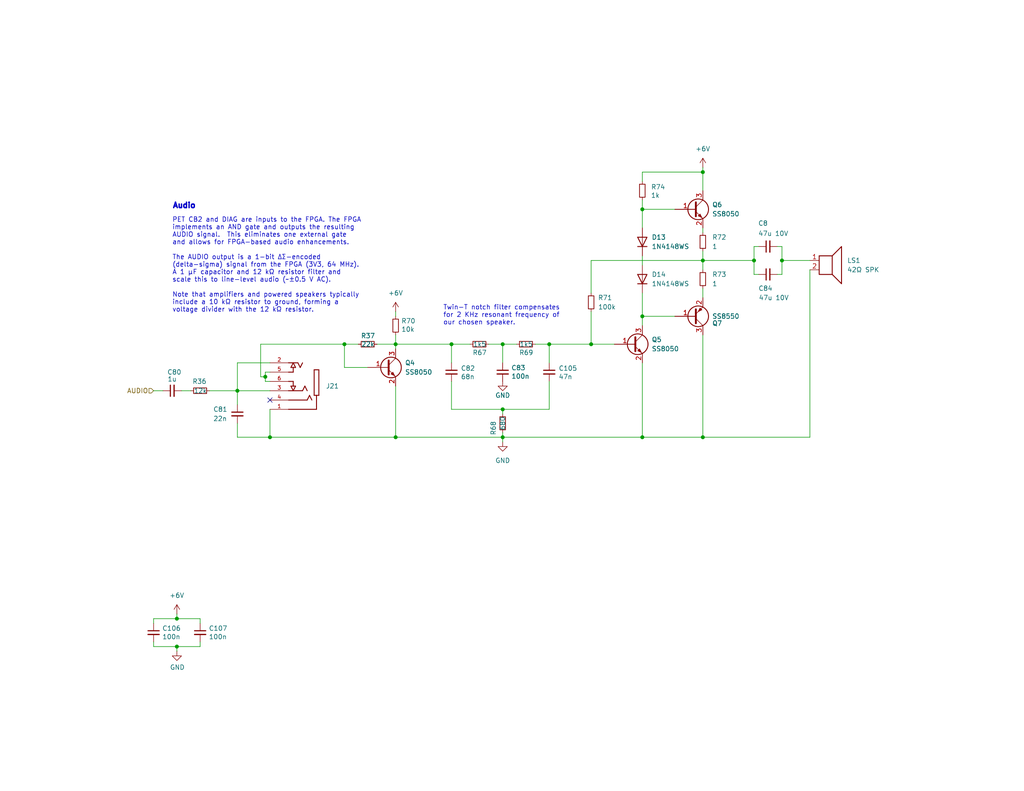
<source format=kicad_sch>
(kicad_sch (version 20231120) (generator "eeschema") (generator_version "8.0")
  (paper "A")
  (title_block (title "EconoPET 40/8096") (date "2023-10-01") (rev "A") (company "https://is.gd/6hpvh6") (comment 1 "Unspecified resistors are 1% / 62.5mW") (comment 2 "Unspecified capacitors are 25V") (comment 3 "Signals with B-prefix are level-shifted from 3V3 to 5V") (comment 4 "License: CC0 1.0 Universal (Public Domain Dedication)"))
  (lib_symbols
    (symbol "Device:C_Small" (pin_numbers hide) (pin_names (offset 0.254) hide)
      (property "Reference" "C" (at 0.254 1.778 0))
      (property "Value" "C_Small" (at 0.254 -2.032 0))
      (symbol "C_Small_0_1"
        (polyline (pts (xy -1.524 -0.508) (xy 1.524 -0.508)) (stroke (width 0.3302)))
        (polyline (pts (xy -1.524 0.508) (xy 1.524 0.508)) (stroke (width 0.3048)))
      )
      (symbol "C_Small_1_1"
        (pin passive line (at 0 2.54 270) (length 2.032) (name "~") (number "1"))
        (pin passive line (at 0 -2.54 90) (length 2.032) (name "~") (number "2"))
      )
    )
    (symbol "Device:R_Small" (pin_numbers hide) (pin_names (offset 0.254) hide)
      (property "Reference" "R" (at 0.762 0.508 0))
      (property "Value" "R_Small" (at 0.762 -1.016 0))
      (symbol "R_Small_0_1"
        (rectangle (start -0.762 1.778) (end 0.762 -1.778) (stroke (width 0.2032)))
      )
      (symbol "R_Small_1_1"
        (pin passive line (at 0 2.54 270) (length 0.762) (name "~") (number "1"))
        (pin passive line (at 0 -2.54 90) (length 0.762) (name "~") (number "2"))
      )
    )
    (symbol "Device:Speaker" (pin_names (offset 0) hide)
      (property "Reference" "LS" (at 1.27 5.715 0))
      (property "Value" "Speaker" (at 1.27 3.81 0))
      (symbol "Speaker_0_0"
        (rectangle (start -2.54 1.27) (end 1.016 -3.81) (stroke (width 0.254)))
        (polyline (pts (xy 1.016 1.27) (xy 3.556 3.81) (xy 3.556 -6.35) (xy 1.016 -3.81)) (stroke (width 0.254)))
      )
      (symbol "Speaker_1_1"
        (pin input line (at -5.08 0 0) (length 2.54) (name "1") (number "1"))
        (pin input line (at -5.08 -2.54 0) (length 2.54) (name "2") (number "2"))
      )
    )
    (symbol "Diode:1N4148WS" (pin_numbers hide) (pin_names hide)
      (property "Reference" "D" (at 0 2.54 0))
      (property "Value" "1N4148WS" (at 0 -2.54 0))
      (symbol "1N4148WS_0_1"
        (polyline (pts (xy -1.27 1.27) (xy -1.27 -1.27)) (stroke (width 0.254)))
        (polyline (pts (xy 1.27 0) (xy -1.27 0)))
        (polyline (pts (xy 1.27 1.27) (xy 1.27 -1.27) (xy -1.27 0) (xy 1.27 1.27)) (stroke (width 0.254)))
      )
      (symbol "1N4148WS_1_1"
        (pin passive line (at -3.81 0 0) (length 2.54) (name "K") (number "1"))
        (pin passive line (at 3.81 0 180) (length 2.54) (name "A") (number "2"))
      )
    )
    (symbol "EconoPET:SJ-43504-SMT-TR" (pin_names (offset 1.016) hide)
      (property "Reference" "J" (at -10.16 -1.2701 0))
      (symbol "SJ-43504-SMT-TR_0_0"
        (polyline (pts (xy -8.255 -5.715) (xy -8.255 1.27)) (stroke (width 0.254)))
        (polyline (pts (xy -8.255 1.27) (xy -7.62 1.27)) (stroke (width 0.254)))
        (polyline (pts (xy -7.62 1.27) (xy -6.985 1.27)) (stroke (width 0.254)))
        (polyline (pts (xy -7.62 5.08) (xy -7.62 1.27)) (stroke (width 0.254)))
        (polyline (pts (xy -6.985 -5.715) (xy -8.255 -5.715)) (stroke (width 0.254)))
        (polyline (pts (xy -6.985 1.27) (xy -6.985 -5.715)) (stroke (width 0.254)))
        (polyline (pts (xy -5.715 1.27) (xy -6.35 2.54)) (stroke (width 0.254)))
        (polyline (pts (xy -5.08 2.54) (xy -5.715 1.27)) (stroke (width 0.254)))
        (polyline (pts (xy -4.445 -1.27) (xy -5.08 0)) (stroke (width 0.254)))
        (polyline (pts (xy -3.81 0) (xy -4.445 -1.27)) (stroke (width 0.254)))
        (polyline (pts (xy -3.175 -6.35) (xy -3.81 -7.62)) (stroke (width 0.254)))
        (polyline (pts (xy -2.54 -7.62) (xy -3.175 -6.35)) (stroke (width 0.254)))
        (polyline (pts (xy -1.905 -6.35) (xy -1.27 -6.35)) (stroke (width 0.254)))
        (polyline (pts (xy -1.905 -1.27) (xy -1.27 -1.27)) (stroke (width 0.254)))
        (polyline (pts (xy -1.27 -7.62) (xy -2.54 -7.62)) (stroke (width 0.254)))
        (polyline (pts (xy -1.27 -7.62) (xy -1.905 -6.35)) (stroke (width 0.254)))
        (polyline (pts (xy -1.27 -6.35) (xy -0.635 -6.35)) (stroke (width 0.254)))
        (polyline (pts (xy -1.27 -5.08) (xy -1.27 -6.35)) (stroke (width 0.254)))
        (polyline (pts (xy -1.27 -2.54) (xy -1.27 -1.27)) (stroke (width 0.254)))
        (polyline (pts (xy -1.27 -1.27) (xy -0.635 -1.27)) (stroke (width 0.254)))
        (polyline (pts (xy -1.27 0) (xy -3.81 0)) (stroke (width 0.254)))
        (polyline (pts (xy -1.27 0) (xy -1.905 -1.27)) (stroke (width 0.254)))
        (polyline (pts (xy -0.635 -6.35) (xy -1.27 -7.62)) (stroke (width 0.254)))
        (polyline (pts (xy -0.635 -1.27) (xy -1.27 0)) (stroke (width 0.254)))
        (polyline (pts (xy 0 -7.62) (xy -1.27 -7.62)) (stroke (width 0.254)))
        (polyline (pts (xy 0 -5.08) (xy -1.27 -5.08)) (stroke (width 0.254)))
        (polyline (pts (xy 0 -2.54) (xy -1.27 -2.54)) (stroke (width 0.254)))
        (polyline (pts (xy 0 0) (xy -1.27 0)) (stroke (width 0.254)))
        (polyline (pts (xy 0 2.54) (xy -5.08 2.54)) (stroke (width 0.254)))
        (polyline (pts (xy 0 5.08) (xy -7.62 5.08)) (stroke (width 0.254)))
        (pin passive line (at 5.08 5.08 180) (length 5.08) (name "~") (number "1"))
        (pin passive line (at 5.08 -7.62 180) (length 5.08) (name "~") (number "2"))
        (pin passive line (at 5.08 0 180) (length 5.08) (name "~") (number "3"))
        (pin passive line (at 5.08 2.54 180) (length 5.08) (name "~") (number "4"))
        (pin passive line (at 5.08 -5.08 180) (length 5.08) (name "~") (number "5"))
        (pin passive line (at 5.08 -2.54 180) (length 5.08) (name "~") (number "6"))
      )
    )
    (symbol "Transistor_BJT:SS8050" (pin_names (offset 0) hide)
      (property "Reference" "Q" (at 5.08 1.905 0))
      (property "Value" "SS8050" (at 5.08 0 0))
      (symbol "SS8050_0_1"
        (polyline (pts (xy 0.635 0.635) (xy 2.54 2.54)))
        (polyline (pts (xy 0.635 -0.635) (xy 2.54 -2.54) (xy 2.54 -2.54)))
        (polyline (pts (xy 0.635 1.905) (xy 0.635 -1.905) (xy 0.635 -1.905)) (stroke (width 0.508)))
        (polyline (pts (xy 1.27 -1.778) (xy 1.778 -1.27) (xy 2.286 -2.286) (xy 1.27 -1.778) (xy 1.27 -1.778)) (fill (type outline)))
        (circle (center 1.27 0) (radius 2.8194) (stroke (width 0.254)))
      )
      (symbol "SS8050_1_1"
        (pin input line (at -5.08 0 0) (length 5.715) (name "B") (number "1"))
        (pin passive line (at 2.54 -5.08 90) (length 2.54) (name "E") (number "2"))
        (pin passive line (at 2.54 5.08 270) (length 2.54) (name "C") (number "3"))
      )
    )
    (symbol "Transistor_BJT:SS8550" (pin_names (offset 0) hide)
      (property "Reference" "Q" (at 5.08 1.905 0))
      (property "Value" "SS8550" (at 5.08 0 0))
      (symbol "SS8550_0_1"
        (polyline (pts (xy 0.635 0.635) (xy 2.54 2.54)))
        (polyline (pts (xy 0.635 -0.635) (xy 2.54 -2.54) (xy 2.54 -2.54)))
        (polyline (pts (xy 0.635 1.905) (xy 0.635 -1.905) (xy 0.635 -1.905)) (stroke (width 0.508)))
        (polyline (pts (xy 2.286 -1.778) (xy 1.778 -2.286) (xy 1.27 -1.27) (xy 2.286 -1.778) (xy 2.286 -1.778)) (fill (type outline)))
        (circle (center 1.27 0) (radius 2.8194) (stroke (width 0.254)))
      )
      (symbol "SS8550_1_1"
        (pin input line (at -5.08 0 0) (length 5.715) (name "B") (number "1"))
        (pin passive line (at 2.54 -5.08 90) (length 2.54) (name "E") (number "2"))
        (pin passive line (at 2.54 5.08 270) (length 2.54) (name "C") (number "3"))
      )
    )
    (symbol "power:+6V" (power) (pin_numbers hide) (pin_names (offset 0) hide)
      (property "Value" "+6V" (at 0 3.556 0))
      (symbol "+6V_0_1"
        (polyline (pts (xy -0.762 1.27) (xy 0 2.54)))
        (polyline (pts (xy 0 0) (xy 0 2.54)))
        (polyline (pts (xy 0 2.54) (xy 0.762 1.27)))
      )
      (symbol "+6V_1_1"
        (pin power_in line (at 0 0 90) (length 0) (name "~") (number "1"))
      )
    )
    (symbol "power:GND" (power) (pin_numbers hide) (pin_names (offset 0) hide)
      (property "Value" "GND" (at 0 -3.81 0))
      (symbol "GND_0_1"
        (polyline (pts (xy 0 0) (xy 0 -1.27) (xy 1.27 -1.27) (xy 0 -2.54) (xy -1.27 -1.27) (xy 0 -1.27)))
      )
      (symbol "GND_1_1"
        (pin power_in line (at 0 0 270) (length 0) (name "~") (number "1"))
      )
    )
  )
  (junction (at 123.19 93.98))
  (junction (at 48.26 168.91))
  (junction (at 48.26 176.53))
  (junction (at 137.16 119.38))
  (junction (at 175.26 119.38))
  (junction (at 107.95 93.98))
  (junction (at 175.26 86.36))
  (junction (at 175.26 57.15))
  (junction (at 213.36 71.12))
  (junction (at 191.77 119.38))
  (junction (at 205.74 71.12))
  (junction (at 149.86 93.98))
  (junction (at 161.29 93.98))
  (junction (at 137.16 93.98))
  (junction (at 72.39 102.87))
  (junction (at 107.95 119.38))
  (junction (at 93.98 93.98))
  (junction (at 73.66 119.38))
  (junction (at 191.77 71.12))
  (junction (at 137.16 111.76))
  (junction (at 191.77 46.99))
  (junction (at 64.77 106.68))
  (no_connect (at 73.66 109.22))
  (wire (pts (xy 191.77 119.38) (xy 220.98 119.38)))
  (wire (pts (xy 175.26 80.01) (xy 175.26 86.36)))
  (wire (pts (xy 54.61 175.26) (xy 54.61 176.53)))
  (wire (pts (xy 175.26 57.15) (xy 184.15 57.15)))
  (wire (pts (xy 123.19 111.76) (xy 123.19 104.14)))
  (wire (pts (xy 41.91 175.26) (xy 41.91 176.53)))
  (wire (pts (xy 161.29 85.09) (xy 161.29 93.98)))
  (wire (pts (xy 149.86 104.14) (xy 149.86 111.76)))
  (wire (pts (xy 191.77 71.12) (xy 205.74 71.12)))
  (wire (pts (xy 57.15 106.68) (xy 64.77 106.68)))
  (wire (pts (xy 149.86 93.98) (xy 161.29 93.98)))
  (wire (pts (xy 137.16 93.98) (xy 140.97 93.98)))
  (wire (pts (xy 191.77 78.74) (xy 191.77 81.28)))
  (wire (pts (xy 161.29 71.12) (xy 161.29 80.01)))
  (wire (pts (xy 48.26 177.8) (xy 48.26 176.53)))
  (wire (pts (xy 73.66 99.06) (xy 64.77 99.06)))
  (wire (pts (xy 205.74 74.93) (xy 207.01 74.93)))
  (wire (pts (xy 146.05 93.98) (xy 149.86 93.98)))
  (wire (pts (xy 64.77 99.06) (xy 64.77 106.68)))
  (wire (pts (xy 41.91 168.91) (xy 41.91 170.18)))
  (wire (pts (xy 205.74 74.93) (xy 205.74 71.12)))
  (wire (pts (xy 93.98 100.33) (xy 100.33 100.33)))
  (wire (pts (xy 107.95 119.38) (xy 137.16 119.38)))
  (wire (pts (xy 175.26 86.36) (xy 184.15 86.36)))
  (wire (pts (xy 191.77 62.23) (xy 191.77 63.5)))
  (wire (pts (xy 137.16 119.38) (xy 175.26 119.38)))
  (wire (pts (xy 107.95 93.98) (xy 107.95 91.44)))
  (wire (pts (xy 175.26 69.85) (xy 175.26 72.39)))
  (wire (pts (xy 137.16 111.76) (xy 123.19 111.76)))
  (wire (pts (xy 213.36 71.12) (xy 213.36 67.31)))
  (wire (pts (xy 107.95 93.98) (xy 123.19 93.98)))
  (wire (pts (xy 102.87 93.98) (xy 107.95 93.98)))
  (wire (pts (xy 161.29 93.98) (xy 167.64 93.98)))
  (wire (pts (xy 48.26 176.53) (xy 54.61 176.53)))
  (wire (pts (xy 71.12 93.98) (xy 93.98 93.98)))
  (wire (pts (xy 213.36 67.31) (xy 212.09 67.31)))
  (wire (pts (xy 97.79 93.98) (xy 93.98 93.98)))
  (wire (pts (xy 220.98 73.66) (xy 220.98 119.38)))
  (wire (pts (xy 175.26 54.61) (xy 175.26 57.15)))
  (wire (pts (xy 64.77 119.38) (xy 73.66 119.38)))
  (wire (pts (xy 213.36 74.93) (xy 213.36 71.12)))
  (wire (pts (xy 71.12 102.87) (xy 72.39 102.87)))
  (wire (pts (xy 137.16 118.11) (xy 137.16 119.38)))
  (wire (pts (xy 71.12 102.87) (xy 71.12 93.98)))
  (wire (pts (xy 137.16 93.98) (xy 137.16 99.06)))
  (wire (pts (xy 72.39 101.6) (xy 73.66 101.6)))
  (wire (pts (xy 64.77 115.57) (xy 64.77 119.38)))
  (wire (pts (xy 149.86 93.98) (xy 149.86 99.06)))
  (wire (pts (xy 161.29 71.12) (xy 191.77 71.12)))
  (wire (pts (xy 175.26 99.06) (xy 175.26 119.38)))
  (wire (pts (xy 73.66 104.14) (xy 72.39 104.14)))
  (wire (pts (xy 205.74 67.31) (xy 207.01 67.31)))
  (wire (pts (xy 93.98 93.98) (xy 93.98 100.33)))
  (wire (pts (xy 48.26 168.91) (xy 54.61 168.91)))
  (wire (pts (xy 191.77 45.72) (xy 191.77 46.99)))
  (wire (pts (xy 149.86 111.76) (xy 137.16 111.76)))
  (wire (pts (xy 54.61 168.91) (xy 54.61 170.18)))
  (wire (pts (xy 213.36 71.12) (xy 220.98 71.12)))
  (wire (pts (xy 205.74 71.12) (xy 205.74 67.31)))
  (wire (pts (xy 133.35 93.98) (xy 137.16 93.98)))
  (wire (pts (xy 73.66 111.76) (xy 73.66 119.38)))
  (wire (pts (xy 64.77 106.68) (xy 73.66 106.68)))
  (wire (pts (xy 191.77 68.58) (xy 191.77 71.12)))
  (wire (pts (xy 191.77 46.99) (xy 191.77 52.07)))
  (wire (pts (xy 175.26 57.15) (xy 175.26 62.23)))
  (wire (pts (xy 72.39 102.87) (xy 72.39 101.6)))
  (wire (pts (xy 175.26 119.38) (xy 191.77 119.38)))
  (wire (pts (xy 137.16 111.76) (xy 137.16 113.03)))
  (wire (pts (xy 72.39 104.14) (xy 72.39 102.87)))
  (wire (pts (xy 107.95 105.41) (xy 107.95 119.38)))
  (wire (pts (xy 48.26 167.64) (xy 48.26 168.91)))
  (wire (pts (xy 123.19 93.98) (xy 123.19 99.06)))
  (wire (pts (xy 73.66 119.38) (xy 107.95 119.38)))
  (wire (pts (xy 107.95 95.25) (xy 107.95 93.98)))
  (wire (pts (xy 64.77 106.68) (xy 64.77 110.49)))
  (wire (pts (xy 49.53 106.68) (xy 52.07 106.68)))
  (wire (pts (xy 191.77 91.44) (xy 191.77 119.38)))
  (wire (pts (xy 175.26 86.36) (xy 175.26 88.9)))
  (wire (pts (xy 41.91 106.68) (xy 44.45 106.68)))
  (wire (pts (xy 175.26 46.99) (xy 191.77 46.99)))
  (wire (pts (xy 212.09 74.93) (xy 213.36 74.93)))
  (wire (pts (xy 137.16 120.65) (xy 137.16 119.38)))
  (wire (pts (xy 123.19 93.98) (xy 128.27 93.98)))
  (wire (pts (xy 175.26 46.99) (xy 175.26 49.53)))
  (wire (pts (xy 41.91 168.91) (xy 48.26 168.91)))
  (wire (pts (xy 191.77 71.12) (xy 191.77 73.66)))
  (wire (pts (xy 107.95 86.36) (xy 107.95 85.09)))
  (wire (pts (xy 41.91 176.53) (xy 48.26 176.53)))
  (text "Audio" (at 46.99 57.15 0) (effects (font (size 1.5 1.5) (thickness 0.8) (bold yes)) (justify left bottom)))
  (text "Twin-T notch filter compensates\nfor 2 KHz resonant frequency of\nour chosen speaker." (at 120.904 86.106 0) (effects (font (size 1.27 1.27)) (justify left)))
  (text "PET CB2 and DIAG are inputs to the FPGA. The FPGA\nimplements an AND gate and outputs the resulting\nAUDIO signal.  This eliminates one external gate\nand allows for FPGA-based audio enhancements.\n\nThe AUDIO output is a 1-bit ΔΣ-encoded\n(delta-sigma) signal from the FPGA (3V3, 64 MHz).\nA 1 µF capacitor and 12 kΩ resistor filter and\nscale this to line-level audio (~±0.5 V AC).\n\nNote that amplifiers and powered speakers typically\ninclude a 10 kΩ resistor to ground, forming a\nvoltage divider with the 12 kΩ resistor.\n" (at 46.99 72.39 0) (effects (font (size 1.27 1.27)) (justify left)))
  (hierarchical_label "AUDIO" (shape input) (at 41.91 106.68 180))
  (symbol (lib_id "Diode:1N4148WS") (at 175.26 66.04 90) (unit 1)
    (property "Reference" "D13" (at 177.8 64.7699 90) (effects (justify right)))
    (property "Value" "1N4148WS" (at 177.8 67.3099 90) (effects (justify right)))
    (property "Footprint" "Diode_SMD:D_SOD-323" (effects (hide yes)))
    (property "Datasheet" "https://www.lcsc.com/datasheet/lcsc_datasheet_1810101110_Jiangsu-Changjing-Electronics-Technology-Co---Ltd--1N4148WS_C2128.pdf" (effects (hide yes)))
    (property "Description" "75V 0.15A Fast switching Diode, SOD-323" (effects (hide yes)))
    (property "Sim.Device" "D" (effects (hide yes)))
    (property "Sim.Pins" "1=K 2=A" (effects (hide yes)))
    (property "Sim.Params" "rs=50m cjo=10p" (effects (hide yes)))
    (property "LCSC" "C2128" (effects (hide yes)))
  )
  (symbol (lib_id "Device:R_Small") (at 54.61 106.68 90) (unit 1)
    (property "Reference" "R36" (at 56.388 104.14 90) (effects (justify left)))
    (property "Value" "12k" (at 56.515 106.68 90) (effects (justify left)))
    (property "Footprint" "Resistor_SMD:R_0402_1005Metric" (effects (hide yes)))
    (property "Datasheet" "https://www.lcsc.com/datasheet/lcsc_datasheet_2206010100_UNI-ROYAL-Uniroyal-Elec-0402WGF1202TCE_C25752.pdf" (effects (hide yes)))
    (property "LCSC" "C25752" (effects (hide yes)))
  )
  (symbol (lib_id "power:GND") (at 137.16 120.65 0) (unit 1)
    (property "Reference" "#PWR0143" (effects (hide yes)))
    (property "Value" "GND" (at 137.16 125.73 0))
    (property "Description" "Power symbol creates a global label with name \"GND\" , ground" (effects (hide yes)))
  )
  (symbol (lib_id "power:+6V") (at 191.77 45.72 0) (unit 1)
    (property "Reference" "#PWR0183" (effects (hide yes)))
    (property "Value" "+6V" (at 191.77 40.64 0))
    (property "Description" "Power symbol creates a global label with name \"+6V\"" (effects (hide yes)))
  )
  (symbol (lib_id "Device:R_Small") (at 175.26 52.07 0) (unit 1)
    (property "Reference" "R74" (at 179.578 51.054 0))
    (property "Value" "1k" (at 178.816 53.34 0))
    (property "Footprint" "Resistor_SMD:R_0402_1005Metric" (effects (hide yes)))
    (property "Datasheet" "https://www.lcsc.com/datasheet/lcsc_datasheet_2206010216_UNI-ROYAL-Uniroyal-Elec-0402WGF1001TCE_C11702.pdf" (effects (hide yes)))
    (property "LCSC" "C11702" (effects (hide yes)))
  )
  (symbol (lib_id "Device:R_Small") (at 130.81 93.98 90) (unit 1)
    (property "Reference" "R67" (at 132.842 96.266 90) (effects (justify left)))
    (property "Value" "1k5" (at 132.715 93.98 90) (effects (justify left)))
    (property "Footprint" "Resistor_SMD:R_0402_1005Metric" (effects (hide yes)))
    (property "Datasheet" "https://www.lcsc.com/datasheet/lcsc_datasheet_2206010045_UNI-ROYAL-Uniroyal-Elec-0402WGF1501TCE_C25867.pdf" (effects (hide yes)))
    (property "LCSC" "C25867" (effects (hide yes)))
  )
  (symbol (lib_id "Device:R_Small") (at 107.95 88.9 0) (unit 1)
    (property "Reference" "R70" (at 109.474 87.63 0) (effects (justify left)))
    (property "Value" "10k" (at 109.474 89.916 0) (effects (justify left)))
    (property "Footprint" "Resistor_SMD:R_0402_1005Metric" (effects (hide yes)))
    (property "Datasheet" "https://jlcpcb.com/api/file/downloadByFileSystemAccessId/8556212101498380288" (effects (hide yes)))
    (property "LCSC" "C25744" (effects (hide yes)))
  )
  (symbol (lib_id "Transistor_BJT:SS8050") (at 189.23 57.15 0) (unit 1)
    (property "Reference" "Q6" (at 194.31 55.8799 0) (effects (justify left)))
    (property "Value" "SS8050" (at 194.31 58.4199 0) (effects (justify left)))
    (property "Footprint" "Package_TO_SOT_SMD:SOT-23" (effects (hide yes)))
    (property "Datasheet" "https://www.lcsc.com/datasheet/lcsc_datasheet_2303221100_Jiangsu-Changjing-Electronics-Technology-Co---Ltd--SS8050-RANGE-200-350_C2150.pdf" (effects (hide yes)))
    (property "Description" "General Purpose NPN Transistor, 1.5A Ic, 25V Vce, SOT-23" (effects (hide yes)))
    (property "LCSC" "C2150" (effects (hide yes)))
  )
  (symbol (lib_id "Device:R_Small") (at 161.29 82.55 0) (unit 1)
    (property "Reference" "R71" (at 165.1 81.28 0))
    (property "Value" "100k" (at 165.608 83.82 0))
    (property "Footprint" "Resistor_SMD:R_0402_1005Metric" (effects (hide yes)))
    (property "Datasheet" "https://www.lcsc.com/datasheet/lcsc_datasheet_2206010100_UNI-ROYAL-Uniroyal-Elec-0402WGF1003TCE_C25741.pdf" (effects (hide yes)))
    (property "LCSC" "C25741" (effects (hide yes)))
  )
  (symbol (lib_id "Transistor_BJT:SS8050") (at 105.41 100.33 0) (unit 1)
    (property "Reference" "Q4" (at 110.49 99.0599 0) (effects (justify left)))
    (property "Value" "SS8050" (at 110.49 101.5999 0) (effects (justify left)))
    (property "Footprint" "Package_TO_SOT_SMD:SOT-23" (effects (hide yes)))
    (property "Datasheet" "https://www.lcsc.com/datasheet/lcsc_datasheet_2303221100_Jiangsu-Changjing-Electronics-Technology-Co---Ltd--SS8050-RANGE-200-350_C2150.pdf" (effects (hide yes)))
    (property "Description" "General Purpose NPN Transistor, 1.5A Ic, 25V Vce, SOT-23" (effects (hide yes)))
    (property "LCSC" "C2150" (effects (hide yes)))
  )
  (symbol (lib_id "Device:R_Small") (at 137.16 115.57 180) (unit 1)
    (property "Reference" "R68" (at 134.62 114.935 90) (effects (justify left)))
    (property "Value" "680" (at 137.16 113.665 90) (effects (justify left)))
    (property "Footprint" "Resistor_SMD:R_0402_1005Metric" (effects (hide yes)))
    (property "Datasheet" "https://www.lcsc.com/datasheet/lcsc_datasheet_2205311900_UNI-ROYAL-Uniroyal-Elec-0402WGF6800TCE_C25130.pdf" (effects (hide yes)))
    (property "LCSC" "C25130" (effects (hide yes)))
  )
  (symbol (lib_id "Diode:1N4148WS") (at 175.26 76.2 90) (unit 1)
    (property "Reference" "D14" (at 177.8 74.9299 90) (effects (justify right)))
    (property "Value" "1N4148WS" (at 177.8 77.4699 90) (effects (justify right)))
    (property "Footprint" "Diode_SMD:D_SOD-323" (effects (hide yes)))
    (property "Datasheet" "https://www.lcsc.com/datasheet/lcsc_datasheet_1810101110_Jiangsu-Changjing-Electronics-Technology-Co---Ltd--1N4148WS_C2128.pdf" (effects (hide yes)))
    (property "Description" "75V 0.15A Fast switching Diode, SOD-323" (effects (hide yes)))
    (property "Sim.Device" "D" (effects (hide yes)))
    (property "Sim.Pins" "1=K 2=A" (effects (hide yes)))
    (property "Sim.Params" "rs=50m cjo=10p" (effects (hide yes)))
    (property "LCSC" "C2128" (effects (hide yes)))
  )
  (symbol (lib_id "Device:C_Small") (at 64.77 113.03 0) (unit 1)
    (property "Reference" "C81" (at 58.166 111.76 0) (effects (justify left)))
    (property "Value" "22n" (at 58.166 114.3 0) (effects (justify left)))
    (property "Footprint" "Capacitor_SMD:C_0402_1005Metric" (effects (hide yes)))
    (property "Datasheet" "https://www.lcsc.com/datasheet/lcsc_datasheet_2304140030_FH--Guangdong-Fenghua-Advanced-Tech-0402B223K500NT_C1532.pdf" (effects (hide yes)))
    (property "LCSC" "C1532" (effects (hide yes)))
  )
  (symbol (lib_id "Device:C_Small") (at 41.91 172.72 0) (unit 1)
    (property "Reference" "C106" (at 44.2468 171.5516 0) (effects (justify left)))
    (property "Value" "100n" (at 44.2468 173.863 0) (effects (justify left)))
    (property "Footprint" "Capacitor_SMD:C_0402_1005Metric" (effects (hide yes)))
    (property "Datasheet" "https://product.samsungsem.com/mlcc/CL05B104KB54PN.do" (effects (hide yes)))
    (property "LCSC" "C307331" (effects (hide yes)))
  )
  (symbol (lib_id "EconoPET:SJ-43504-SMT-TR") (at 78.74 106.68 180) (unit 1)
    (property "Reference" "J21" (at 88.9 105.4099 0) (effects (justify right)))
    (property "Value" "AUDIO" (effects (hide yes)))
    (property "Footprint" "EconoPET:CUI_SJ-43504-SMT-TR" (effects (hide yes)))
    (property "Datasheet" "https://www.mouser.com/datasheet/2/670/sj_43504_smt_tr-1779335.pdf" (effects (hide yes)))
    (property "MOUSER" "490-SJ-43504-SMT-TR" (effects (hide yes)))
    (property "Alt-LCSC" "C319101" (effects (hide yes)))
  )
  (symbol (lib_id "power:+6V") (at 48.26 167.64 0) (unit 1)
    (property "Reference" "#PWR0144" (effects (hide yes)))
    (property "Value" "+6V" (at 48.26 162.56 0))
    (property "Description" "Power symbol creates a global label with name \"+6V\"" (effects (hide yes)))
  )
  (symbol (lib_id "Device:Speaker") (at 226.06 71.12 0) (unit 1)
    (property "Reference" "LS1" (at 231.14 71.1199 0) (effects (justify left)))
    (property "Value" "42Ω SPK" (at 231.14 73.6599 0) (effects (justify left)))
    (property "Footprint" "EconoPET:AT1220TT9R" (effects (hide yes)))
    (property "Datasheet" "https://www.mouser.com/datasheet/2/334/AT-1220-TT-9-R-532252.pdf" (effects (hide yes)))
    (property "MOUSER" "665-AT1220TT9R" (effects (hide yes)))
  )
  (symbol (lib_id "Device:R_Small") (at 191.77 76.2 0) (unit 1)
    (property "Reference" "R73" (at 194.31 74.9299 0) (effects (justify left)))
    (property "Value" "1" (at 194.31 77.4699 0) (effects (justify left)))
    (property "Footprint" "Resistor_SMD:R_0603_1608Metric" (effects (hide yes)))
    (property "Datasheet" "https://www.lcsc.com/datasheet/lcsc_datasheet_2206010130_UNI-ROYAL-Uniroyal-Elec-0603WAF1004T5E_C22935.pdf" (effects (hide yes)))
    (property "Description" "Resistor, small symbol" (effects (hide yes)))
    (property "LCSC" "C22936" (effects (hide yes)))
  )
  (symbol (lib_id "Transistor_BJT:SS8050") (at 172.72 93.98 0) (unit 1)
    (property "Reference" "Q5" (at 177.8 92.7099 0) (effects (justify left)))
    (property "Value" "SS8050" (at 177.8 95.2499 0) (effects (justify left)))
    (property "Footprint" "Package_TO_SOT_SMD:SOT-23" (effects (hide yes)))
    (property "Datasheet" "https://www.lcsc.com/datasheet/lcsc_datasheet_2303221100_Jiangsu-Changjing-Electronics-Technology-Co---Ltd--SS8050-RANGE-200-350_C2150.pdf" (effects (hide yes)))
    (property "Description" "General Purpose NPN Transistor, 1.5A Ic, 25V Vce, SOT-23" (effects (hide yes)))
    (property "LCSC" "C2150" (effects (hide yes)))
  )
  (symbol (lib_id "Device:R_Small") (at 100.33 93.98 90) (unit 1)
    (property "Reference" "R37" (at 102.362 91.694 90) (effects (justify left)))
    (property "Value" "22k" (at 102.235 93.98 90) (effects (justify left)))
    (property "Footprint" "Resistor_SMD:R_0402_1005Metric" (effects (hide yes)))
    (property "Datasheet" "https://www.lcsc.com/datasheet/lcsc_datasheet_2206010100_UNI-ROYAL-Uniroyal-Elec-0402WGF2202TCE_C25768.pdf" (effects (hide yes)))
    (property "LCSC" "C25768" (effects (hide yes)))
  )
  (symbol (lib_id "Device:C_Small") (at 137.16 101.6 0) (unit 1)
    (property "Reference" "C83" (at 139.4968 100.4316 0) (effects (justify left)))
    (property "Value" "100n" (at 139.4968 102.743 0) (effects (justify left)))
    (property "Footprint" "Capacitor_SMD:C_0402_1005Metric" (effects (hide yes)))
    (property "Datasheet" "https://product.samsungsem.com/mlcc/CL05B104KB54PN.do" (effects (hide yes)))
    (property "LCSC" "C307331" (effects (hide yes)))
  )
  (symbol (lib_id "power:GND") (at 137.16 104.14 0) (unit 1)
    (property "Reference" "#PWR0180" (effects (hide yes)))
    (property "Value" "GND" (at 137.16 107.95 0))
    (property "Description" "Power symbol creates a global label with name \"GND\" , ground" (effects (hide yes)))
  )
  (symbol (lib_id "Device:C_Small") (at 209.55 67.31 90) (unit 1)
    (property "Reference" "C8" (at 209.55 60.96 90) (effects (justify left)))
    (property "Value" "47u 10V" (at 215.138 63.754 90) (effects (justify left)))
    (property "Footprint" "Capacitor_SMD:C_1206_3216Metric" (effects (hide yes)))
    (property "Datasheet" "https://product.samsungsem.com/mlcc/CL31A476MPHNNN.do" (effects (hide yes)))
    (property "LCSC" "C96123" (effects (hide yes)))
  )
  (symbol (lib_id "Device:R_Small") (at 143.51 93.98 90) (unit 1)
    (property "Reference" "R69" (at 145.542 96.266 90) (effects (justify left)))
    (property "Value" "1k5" (at 145.415 93.98 90) (effects (justify left)))
    (property "Footprint" "Resistor_SMD:R_0402_1005Metric" (effects (hide yes)))
    (property "Datasheet" "https://www.lcsc.com/datasheet/lcsc_datasheet_2206010045_UNI-ROYAL-Uniroyal-Elec-0402WGF1501TCE_C25867.pdf" (effects (hide yes)))
    (property "LCSC" "C25867" (effects (hide yes)))
  )
  (symbol (lib_id "power:GND") (at 48.26 177.8 0) (unit 1)
    (property "Reference" "#PWR0179" (effects (hide yes)))
    (property "Value" "GND" (at 48.387 182.1942 0))
    (property "Description" "Power symbol creates a global label with name \"GND\" , ground" (effects (hide yes)))
  )
  (symbol (lib_id "power:+6V") (at 107.95 85.09 0) (unit 1)
    (property "Reference" "#PWR0142" (effects (hide yes)))
    (property "Value" "+6V" (at 107.95 80.01 0))
    (property "Description" "Power symbol creates a global label with name \"+6V\"" (effects (hide yes)))
  )
  (symbol (lib_id "Device:C_Small") (at 54.61 172.72 0) (unit 1)
    (property "Reference" "C107" (at 56.9468 171.5516 0) (effects (justify left)))
    (property "Value" "100n" (at 56.9468 173.863 0) (effects (justify left)))
    (property "Footprint" "Capacitor_SMD:C_0402_1005Metric" (effects (hide yes)))
    (property "Datasheet" "https://product.samsungsem.com/mlcc/CL05B104KB54PN.do" (effects (hide yes)))
    (property "LCSC" "C307331" (effects (hide yes)))
  )
  (symbol (lib_id "Transistor_BJT:SS8550") (at 189.23 86.36 0) (mirror x) (unit 1)
    (property "Reference" "Q7" (at 194.31 88.265 0) (effects (justify left)))
    (property "Value" "SS8550" (at 194.31 86.36 0) (effects (justify left)))
    (property "Footprint" "Package_TO_SOT_SMD:SOT-23" (effects (hide yes)))
    (property "Datasheet" "https://www.lcsc.com/datasheet/lcsc_datasheet_1810161212_Jiangsu-Changjing-Electronics-Technology-Co---Ltd--SS8550-Y2-RANGE-200-350_C8542.pdf" (effects (hide yes)))
    (property "Description" "General Purpose PNP Transistor, 1.5A Ic, 25V Vce, SOT-23" (effects (hide yes)))
    (property "LCSC" "C8542" (effects (hide yes)))
  )
  (symbol (lib_id "Device:R_Small") (at 191.77 66.04 0) (unit 1)
    (property "Reference" "R72" (at 194.31 64.7699 0) (effects (justify left)))
    (property "Value" "1" (at 194.31 67.3099 0) (effects (justify left)))
    (property "Footprint" "Resistor_SMD:R_0603_1608Metric" (effects (hide yes)))
    (property "Datasheet" "https://www.lcsc.com/datasheet/lcsc_datasheet_2206010130_UNI-ROYAL-Uniroyal-Elec-0603WAF1004T5E_C22935.pdf" (effects (hide yes)))
    (property "Description" "Resistor, small symbol" (effects (hide yes)))
    (property "LCSC" "C22936" (effects (hide yes)))
  )
  (symbol (lib_id "Device:C_Small") (at 46.99 106.68 90) (unit 1)
    (property "Reference" "C80" (at 49.53 101.6 90) (effects (justify left)))
    (property "Value" "1u" (at 48.26 103.505 90) (effects (justify left)))
    (property "Footprint" "Capacitor_SMD:C_0402_1005Metric" (effects (hide yes)))
    (property "Datasheet" "https://product.samsungsem.com/mlcc/CL05A105KA5NQN.do" (effects (hide yes)))
    (property "LCSC" "C52923" (effects (hide yes)))
  )
  (symbol (lib_id "Device:C_Small") (at 123.19 101.6 0) (unit 1)
    (property "Reference" "C82" (at 125.73 100.5586 0) (effects (justify left)))
    (property "Value" "68n" (at 125.73 102.87 0) (effects (justify left)))
    (property "Footprint" "Capacitor_SMD:C_0603_1608Metric" (effects (hide yes)))
    (property "Datasheet" "https://product.samsungsem.com/mlcc/CL10B683KB8NNN.do" (effects (hide yes)))
    (property "LCSC" "C31658" (effects (hide yes)))
  )
  (symbol (lib_id "Device:C_Small") (at 149.86 101.6 0) (unit 1)
    (property "Reference" "C105" (at 152.4 100.5586 0) (effects (justify left)))
    (property "Value" "47n" (at 152.4 102.87 0) (effects (justify left)))
    (property "Footprint" "Capacitor_SMD:C_0603_1608Metric" (effects (hide yes)))
    (property "Datasheet" "https://product.samsungsem.com/mlcc/CL10B473KB8NNN.do" (effects (hide yes)))
    (property "LCSC" "C1622" (effects (hide yes)))
  )
  (symbol (lib_id "Device:C_Small") (at 209.55 74.93 90) (unit 1)
    (property "Reference" "C84" (at 210.82 78.74 90) (effects (justify left)))
    (property "Value" "47u 10V" (at 215.265 81.28 90) (effects (justify left)))
    (property "Footprint" "Capacitor_SMD:C_1206_3216Metric" (effects (hide yes)))
    (property "Datasheet" "https://product.samsungsem.com/mlcc/CL31A476MPHNNN.do" (effects (hide yes)))
    (property "LCSC" "C96123" (effects (hide yes)))
  )
)
</source>
